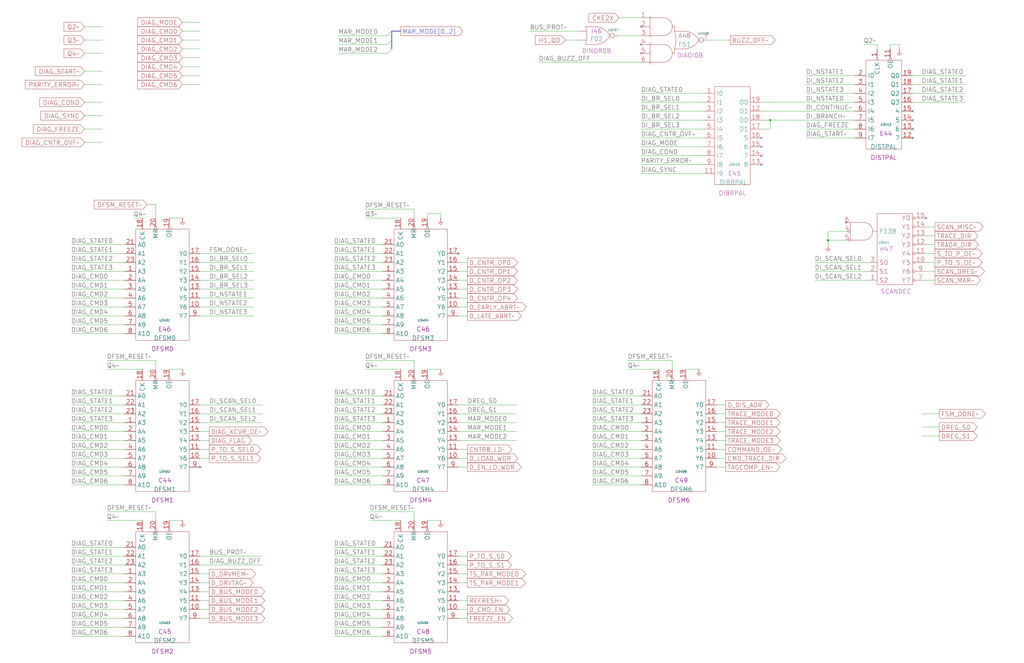
<source format=kicad_sch>
(kicad_sch (version 20230121) (generator eeschema)
  (paper "User" 584.2 378.46)
  (title_block (title "DIAGNOSTIC AND CONTROL\\nDIAG FINITE STATE MACHINE") (date "08-MAR-90") (rev "0.0") (comment 1 "MEM32 BOARD") (comment 2 "232-003066") (comment 3 "S400") (comment 4 "RELEASED"))
  (lib_symbols
    (symbol "r1000:DIBRPAL" (pin_names (offset 1.016))
      (property "Reference" "U" (at 2.54 5.08 0))
      (property "Value" "DIBRPAL" (at -6.35 -5.08 0))
      (property "Location" "___" (at -1.27 0 0))
      (property "Name" "______" (at 1.27 -12.7 0))
      (symbol "DIBRPAL_1_1"
        (pin input line (at -15.24 45.72 0) (length 6.35) (name "I0") (number "1"))
        (pin input line (at -15.24 0 0) (length 6.35) (name "I9") (number "11"))
        (pin output line (at 17.78 35.56 180) (length 6.35) (name "O1") (number "12"))
        (pin input line (at 17.78 5.08 180) (length 6.35) (name "8") (number "13"))
        (pin input line (at 17.78 10.16 180) (length 6.35) (name "7") (number "14"))
        (pin input line (at 17.78 15.24 180) (length 6.35) (name "6") (number "15"))
        (pin input line (at 17.78 20.32 180) (length 6.35) (name "5") (number "16"))
        (pin tri_state line (at 17.78 25.4 180) (length 6.35) (name "D1") (number "17"))
        (pin tri_state line (at 17.78 30.48 180) (length 6.35) (name "D0") (number "18"))
        (pin output line (at 17.78 40.64 180) (length 6.35) (name "O0") (number "19"))
        (pin input line (at -15.24 40.64 0) (length 6.35) (name "I1") (number "2"))
        (pin input line (at -15.24 35.56 0) (length 6.35) (name "I2") (number "3"))
        (pin input line (at -15.24 30.48 0) (length 6.35) (name "I3") (number "4"))
        (pin input line (at -15.24 25.4 0) (length 6.35) (name "I4") (number "5"))
        (pin input line (at -15.24 20.32 0) (length 6.35) (name "I5") (number "6"))
        (pin input line (at -15.24 15.24 0) (length 6.35) (name "I6") (number "7"))
        (pin input line (at -15.24 10.16 0) (length 6.35) (name "I7") (number "8"))
        (pin input line (at -15.24 5.08 0) (length 6.35) (name "I8") (number "9"))
      )
    )
    (symbol "r1000:DISTPAL" (pin_names (offset 1.016))
      (property "Reference" "U" (at 2.54 5.08 0))
      (property "Value" "DISTPAL" (at -6.35 -7.62 0))
      (property "Location" "___" (at -1.27 0 0))
      (property "Name" "______" (at 1.27 -15.24 0))
      (symbol "DISTPAL_1_1"
        (pin input line (at -2.54 48.26 270) (length 6.35) (name "CLK") (number "1"))
        (pin input line (at 5.08 48.26 270) (length 5.08) (name "OE") (number "11"))
        (pin input line (at 17.78 -2.54 180) (length 6.35) (name "7") (number "12"))
        (pin input line (at 17.78 2.54 180) (length 6.35) (name "6") (number "13"))
        (pin input line (at 17.78 7.62 180) (length 6.35) (name "5") (number "14"))
        (pin input line (at 17.78 12.7 180) (length 6.35) (name "4") (number "15"))
        (pin output line (at 17.78 17.78 180) (length 6.35) (name "Q3") (number "16"))
        (pin output line (at 17.78 22.86 180) (length 6.35) (name "Q2") (number "17"))
        (pin output line (at 17.78 27.94 180) (length 6.35) (name "Q1") (number "18"))
        (pin output line (at 17.78 33.02 180) (length 6.35) (name "Q0") (number "19"))
        (pin input line (at -15.24 33.02 0) (length 6.35) (name "I0") (number "2"))
        (pin input line (at -15.24 27.94 0) (length 6.35) (name "I1") (number "3"))
        (pin input line (at -15.24 22.86 0) (length 6.35) (name "I2") (number "4"))
        (pin input line (at -15.24 17.78 0) (length 6.35) (name "I3") (number "5"))
        (pin input line (at -15.24 12.7 0) (length 6.35) (name "I4") (number "6"))
        (pin input line (at -15.24 7.62 0) (length 6.35) (name "I5") (number "7"))
        (pin input line (at -15.24 2.54 0) (length 6.35) (name "I6") (number "8"))
        (pin input line (at -15.24 -2.54 0) (length 6.35) (name "I7") (number "9"))
      )
    )
    (symbol "r1000:F02" (pin_numbers hide) (pin_names hide)
      (property "Reference" "U" (at 12.16 0.635 0))
      (property "Value" "F02" (at -1.27 -4.445 0))
      (property "Location" "___" (at 2.54 0 0))
      (property "Name" "______" (at 2.54 -12.7 0))
      (symbol "F02_1_1"
        (pin input line (at -7.62 0 0) (length 2.54) (name "D0") (number "1"))
        (pin input line (at -7.62 -5.08 0) (length 2.54) (name "D1") (number "2"))
        (pin output line (at 15.24 -2.54 180) (length 1.27) (name "Q") (number "3"))
      )
      (symbol "F02_1_2"
        (pin input line (at -7.62 0 0) (length 2.54) (name "D0") (number "1"))
        (pin input line (at -7.62 -5.08 0) (length 2.54) (name "D1") (number "2"))
        (pin output line (at 15.24 -2.54 180) (length 2.54) (name "Q") (number "3"))
      )
    )
    (symbol "r1000:F138" (pin_names (offset 1.016) hide)
      (property "Reference" "U" (at 1.27 3.81 0))
      (property "Value" "F138" (at -1.27 10.16 0))
      (property "Location" "___" (at -1.27 0 0))
      (property "Name" "______" (at 8.255 -24.13 0))
      (symbol "F138_1_1"
        (text "0" (at 2.54 -7.62 0) (effects (font (size 2.54 2.54))))
        (text "0" (at 15.24 17.78 0) (effects (font (size 2.54 2.54))))
        (text "1" (at 2.54 -12.7 0) (effects (font (size 2.54 2.54))))
        (text "1" (at 15.24 12.7 0) (effects (font (size 2.54 2.54))))
        (text "2" (at 2.54 -17.78 0) (effects (font (size 2.54 2.54))))
        (text "2" (at 15.24 7.62 0) (effects (font (size 2.54 2.54))))
        (text "3" (at 15.24 2.54 0) (effects (font (size 2.54 2.54))))
        (text "4" (at 15.24 -2.54 0) (effects (font (size 2.54 2.54))))
        (text "5" (at 15.24 -7.62 0) (effects (font (size 2.54 2.54))))
        (text "6" (at 15.24 -12.7 0) (effects (font (size 2.54 2.54))))
        (text "7" (at 15.24 -17.78 0) (effects (font (size 2.54 2.54))))
        (text "S" (at 0 -17.78 0) (effects (font (size 2.54 2.54))))
        (text "S" (at 0 -12.7 0) (effects (font (size 2.54 2.54))))
        (text "S" (at 0 -7.62 0) (effects (font (size 2.54 2.54))))
        (text "Y" (at 12.7 -17.78 0) (effects (font (size 2.54 2.54))))
        (text "Y" (at 12.7 -12.7 0) (effects (font (size 2.54 2.54))))
        (text "Y" (at 12.7 -7.62 0) (effects (font (size 2.54 2.54))))
        (text "Y" (at 12.7 -2.54 0) (effects (font (size 2.54 2.54))))
        (text "Y" (at 12.7 2.54 0) (effects (font (size 2.54 2.54))))
        (text "Y" (at 12.7 7.62 0) (effects (font (size 2.54 2.54))))
        (text "Y" (at 12.7 12.7 0) (effects (font (size 2.54 2.54))))
        (text "Y" (at 12.7 17.78 0) (effects (font (size 2.54 2.54))))
        (pin input line (at -7.62 -17.78 0) (length 5.08) (name "S2") (number "1"))
        (pin output line (at 25.4 -7.62 180) (length 6.35) (name "Y5_") (number "10"))
        (pin output line (at 25.4 -2.54 180) (length 6.35) (name "Y4_") (number "11"))
        (pin output line (at 25.4 2.54 180) (length 6.35) (name "Y3_") (number "12"))
        (pin output line (at 25.4 7.62 180) (length 6.35) (name "Y2_") (number "13"))
        (pin output line (at 25.4 12.7 180) (length 6.35) (name "Y1_") (number "14"))
        (pin output line (at 25.4 17.78 180) (length 6.35) (name "Y0_") (number "15"))
        (pin input line (at -7.62 -12.7 0) (length 5.08) (name "S1") (number "2"))
        (pin input line (at -7.62 -7.62 0) (length 5.08) (name "S0") (number "3"))
        (pin input line (at -20.32 10.16 0) (length 1.27) (name "D1") (number "4"))
        (pin input line (at -20.32 5.08 0) (length 1.27) (name "D2") (number "5"))
        (pin input line (at -20.32 15.24 0) (length 1.27) (name "D0") (number "6"))
        (pin output line (at 25.4 -17.78 180) (length 6.35) (name "Y7_") (number "7"))
        (pin output line (at 25.4 -12.7 180) (length 6.35) (name "Y6_") (number "9"))
      )
    )
    (symbol "r1000:F51" (pin_names hide)
      (property "Reference" "U" (at 12.7 1.27 0))
      (property "Value" "F51" (at 1.905 -5.08 0))
      (property "Location" "___" (at 1.905 0 0))
      (property "Name" "______" (at 5.08 -12.7 0))
      (symbol "F51_1_1"
        (pin input line (at -22.86 10.16 0) (length 2.54) (name "A1") (number "1"))
        (pin input line (at -22.86 5.08 0) (length 2.54) (name "A2") (number "2"))
        (pin input line (at -22.86 0 0) (length 2.54) (name "A3") (number "3"))
        (pin input line (at -22.86 -5.08 0) (length 2.54) (name "B1") (number "4"))
        (pin input line (at -22.86 -10.16 0) (length 2.54) (name "B2") (number "5"))
        (pin input line (at -22.86 -15.24 0) (length 2.54) (name "B3") (number "6"))
        (pin output line (at 15.24 -2.54 180) (length 2.54) (name "Q") (number "7"))
      )
    )
    (symbol "r1000:P2K8R" (pin_names (offset 1.016))
      (property "Reference" "U" (at 2.54 5.08 0))
      (property "Value" "P2K8R" (at -3.81 -5.08 0))
      (property "Location" "___" (at -1.27 0 0))
      (property "Name" "______" (at 1.27 -12.7 0))
      (symbol "P2K8R_1_1"
        (pin input line (at -20.32 33.02 0) (length 6.35) (name "A3") (number "1"))
        (pin tri_state line (at 22.86 12.7 180) (length 6.35) (name "Y6") (number "10"))
        (pin tri_state line (at 22.86 17.78 180) (length 6.35) (name "Y5") (number "11"))
        (pin tri_state line (at 22.86 22.86 180) (length 6.35) (name "Y4") (number "13"))
        (pin tri_state line (at 22.86 27.94 180) (length 6.35) (name "Y3") (number "14"))
        (pin tri_state line (at 22.86 33.02 180) (length 6.35) (name "Y2") (number "15"))
        (pin tri_state line (at 22.86 38.1 180) (length 6.35) (name "Y1") (number "16"))
        (pin tri_state line (at 22.86 43.18 180) (length 6.35) (name "Y0") (number "17"))
        (pin input line (at -10.16 63.5 270) (length 6.35) (name "CK") (number "18"))
        (pin input line (at 5.08 63.5 270) (length 5.08) (name "OE") (number "19"))
        (pin input line (at -20.32 27.94 0) (length 6.35) (name "A4") (number "2"))
        (pin input line (at -2.54 63.5 270) (length 5.08) (name "MR") (number "20"))
        (pin input line (at -20.32 48.26 0) (length 6.35) (name "A0") (number "21"))
        (pin input line (at -20.32 43.18 0) (length 6.35) (name "A1") (number "22"))
        (pin input line (at -20.32 38.1 0) (length 6.35) (name "A2") (number "23"))
        (pin input line (at -20.32 22.86 0) (length 6.35) (name "A5") (number "3"))
        (pin input line (at -20.32 17.78 0) (length 6.35) (name "A6") (number "4"))
        (pin input line (at -20.32 12.7 0) (length 6.35) (name "A7") (number "5"))
        (pin input line (at -20.32 7.62 0) (length 6.35) (name "A8") (number "6"))
        (pin input line (at -20.32 2.54 0) (length 6.35) (name "A9") (number "7"))
        (pin input line (at -20.32 -2.54 0) (length 6.35) (name "A10") (number "8"))
        (pin tri_state line (at 22.86 7.62 180) (length 6.35) (name "Y7") (number "9"))
      )
    )
    (symbol "r1000:PD" (power) (pin_numbers hide) (pin_names hide) (in_bom no)
      (symbol "PD_1_1"
        (pin power_in line (at 0 0 270) (length 2.54) (name "PD") (number "1"))
      )
    )
  )
  (junction (at 439.42 68.58))
  (junction (at 472.44 137.16))
  (no_connect (at 261.62 144.78))
  (no_connect (at 261.62 337.82))
  (no_connect (at 520.7 78.74))
  (no_connect (at 114.3 266.7))
  (no_connect (at 365.76 15.24))
  (no_connect (at 520.7 63.5))
  (no_connect (at 528.32 124.46))
  (no_connect (at 365.76 30.48))
  (no_connect (at 434.34 93.98))
  (no_connect (at 482.6 127))
  (no_connect (at 434.34 83.82))
  (no_connect (at 434.34 78.74))
  (no_connect (at 520.7 68.58))
  (no_connect (at 365.76 25.4))
  (no_connect (at 520.7 73.66))
  (no_connect (at 434.34 88.9))
  (bus_entry (at 223.52 22.86) (size -2.54 2.54))
  (bus_entry (at 223.52 17.78) (size -2.54 2.54))
  (bus_entry (at 223.52 27.94) (size -2.54 2.54))
  (wire (pts (xy 40.64 327.66) (xy 71.12 327.66)))
  (wire (pts (xy 40.64 226.06) (xy 71.12 226.06)))
  (wire (pts (xy 104.14 33.02) (xy 114.3 33.02)))
  (wire (pts (xy 520.7 43.18) (xy 551.18 43.18)))
  (wire (pts (xy 492.76 25.4) (xy 500.38 25.4)))
  (wire (pts (xy 114.3 256.54) (xy 119.38 256.54)))
  (wire (pts (xy 40.64 271.78) (xy 71.12 271.78)))
  (wire (pts (xy 48.26 58.42) (xy 58.42 58.42)))
  (wire (pts (xy 114.3 170.18) (xy 144.78 170.18)))
  (wire (pts (xy 104.14 22.86) (xy 114.3 22.86)))
  (wire (pts (xy 358.14 205.74) (xy 383.54 205.74)))
  (wire (pts (xy 528.32 129.54) (xy 533.4 129.54)))
  (wire (pts (xy 190.5 363.22) (xy 218.44 363.22)))
  (wire (pts (xy 48.26 66.04) (xy 58.42 66.04)))
  (wire (pts (xy 114.3 180.34) (xy 144.78 180.34)))
  (wire (pts (xy 114.3 236.22) (xy 149.86 236.22)))
  (wire (pts (xy 439.42 68.58) (xy 487.68 68.58)))
  (wire (pts (xy 60.96 292.1) (xy 88.9 292.1)))
  (wire (pts (xy 408.94 246.38) (xy 414.02 246.38)))
  (wire (pts (xy 439.42 73.66) (xy 439.42 68.58)))
  (bus (pts (xy 223.52 17.78) (xy 228.6 17.78)))
  (wire (pts (xy 190.5 266.7) (xy 218.44 266.7)))
  (wire (pts (xy 261.62 160.02) (xy 266.7 160.02)))
  (wire (pts (xy 482.6 137.16) (xy 472.44 137.16)))
  (wire (pts (xy 365.76 73.66) (xy 401.32 73.66)))
  (wire (pts (xy 104.14 12.7) (xy 114.3 12.7)))
  (wire (pts (xy 114.3 246.38) (xy 119.38 246.38)))
  (wire (pts (xy 236.22 210.82) (xy 236.22 205.74)))
  (wire (pts (xy 190.5 165.1) (xy 218.44 165.1)))
  (wire (pts (xy 408.94 256.54) (xy 414.02 256.54)))
  (wire (pts (xy 96.52 297.18) (xy 104.14 297.18)))
  (wire (pts (xy 40.64 241.3) (xy 71.12 241.3)))
  (wire (pts (xy 408.94 261.62) (xy 414.02 261.62)))
  (wire (pts (xy 513.08 25.4) (xy 508 25.4)))
  (wire (pts (xy 525.78 236.22) (xy 535.94 236.22)))
  (wire (pts (xy 60.96 205.74) (xy 88.9 205.74)))
  (wire (pts (xy 88.9 297.18) (xy 88.9 292.1)))
  (wire (pts (xy 40.64 251.46) (xy 71.12 251.46)))
  (wire (pts (xy 114.3 261.62) (xy 119.38 261.62)))
  (wire (pts (xy 190.5 342.9) (xy 218.44 342.9)))
  (wire (pts (xy 322.58 22.86) (xy 330.2 22.86)))
  (wire (pts (xy 383.54 210.82) (xy 383.54 205.74)))
  (wire (pts (xy 104.14 27.94) (xy 114.3 27.94)))
  (wire (pts (xy 40.64 190.5) (xy 71.12 190.5)))
  (wire (pts (xy 40.64 363.22) (xy 71.12 363.22)))
  (wire (pts (xy 261.62 332.74) (xy 266.7 332.74)))
  (wire (pts (xy 190.5 347.98) (xy 218.44 347.98)))
  (wire (pts (xy 236.22 297.18) (xy 236.22 292.1)))
  (wire (pts (xy 104.14 48.26) (xy 114.3 48.26)))
  (wire (pts (xy 482.6 132.08) (xy 472.44 132.08)))
  (wire (pts (xy 190.5 276.86) (xy 218.44 276.86)))
  (wire (pts (xy 190.5 312.42) (xy 218.44 312.42)))
  (wire (pts (xy 114.3 160.02) (xy 144.78 160.02)))
  (wire (pts (xy 114.3 353.06) (xy 119.38 353.06)))
  (wire (pts (xy 513.08 27.94) (xy 513.08 25.4)))
  (wire (pts (xy 190.5 170.18) (xy 218.44 170.18)))
  (wire (pts (xy 365.76 99.06) (xy 401.32 99.06)))
  (wire (pts (xy 459.74 78.74) (xy 487.68 78.74)))
  (wire (pts (xy 190.5 231.14) (xy 218.44 231.14)))
  (wire (pts (xy 208.28 119.38) (xy 236.22 119.38)))
  (wire (pts (xy 337.82 236.22) (xy 365.76 236.22)))
  (wire (pts (xy 193.04 25.4) (xy 220.98 25.4)))
  (wire (pts (xy 190.5 358.14) (xy 218.44 358.14)))
  (wire (pts (xy 114.3 322.58) (xy 149.86 322.58)))
  (wire (pts (xy 40.64 337.82) (xy 71.12 337.82)))
  (wire (pts (xy 472.44 132.08) (xy 472.44 137.16)))
  (wire (pts (xy 208.28 205.74) (xy 236.22 205.74)))
  (wire (pts (xy 190.5 322.58) (xy 218.44 322.58)))
  (wire (pts (xy 365.76 83.82) (xy 401.32 83.82)))
  (wire (pts (xy 408.94 236.22) (xy 414.02 236.22)))
  (wire (pts (xy 261.62 170.18) (xy 266.7 170.18)))
  (wire (pts (xy 190.5 241.3) (xy 218.44 241.3)))
  (wire (pts (xy 500.38 25.4) (xy 500.38 27.94)))
  (wire (pts (xy 40.64 358.14) (xy 71.12 358.14)))
  (wire (pts (xy 114.3 165.1) (xy 144.78 165.1)))
  (wire (pts (xy 114.3 241.3) (xy 149.86 241.3)))
  (wire (pts (xy 525.78 243.84) (xy 535.94 243.84)))
  (wire (pts (xy 88.9 210.82) (xy 88.9 205.74)))
  (wire (pts (xy 472.44 137.16) (xy 472.44 139.7)))
  (wire (pts (xy 307.34 35.56) (xy 365.76 35.56)))
  (wire (pts (xy 76.2 124.46) (xy 81.28 124.46)))
  (wire (pts (xy 193.04 20.32) (xy 220.98 20.32)))
  (wire (pts (xy 114.3 342.9) (xy 119.38 342.9)))
  (wire (pts (xy 40.64 154.94) (xy 71.12 154.94)))
  (wire (pts (xy 190.5 332.74) (xy 218.44 332.74)))
  (wire (pts (xy 525.78 248.92) (xy 535.94 248.92)))
  (wire (pts (xy 464.82 160.02) (xy 495.3 160.02)))
  (wire (pts (xy 261.62 322.58) (xy 266.7 322.58)))
  (wire (pts (xy 337.82 266.7) (xy 365.76 266.7)))
  (wire (pts (xy 365.76 58.42) (xy 401.32 58.42)))
  (wire (pts (xy 190.5 256.54) (xy 218.44 256.54)))
  (wire (pts (xy 243.84 121.92) (xy 243.84 124.46)))
  (wire (pts (xy 337.82 226.06) (xy 365.76 226.06)))
  (wire (pts (xy 40.64 332.74) (xy 71.12 332.74)))
  (wire (pts (xy 190.5 251.46) (xy 218.44 251.46)))
  (wire (pts (xy 40.64 165.1) (xy 71.12 165.1)))
  (wire (pts (xy 261.62 353.06) (xy 266.7 353.06)))
  (wire (pts (xy 261.62 256.54) (xy 266.7 256.54)))
  (wire (pts (xy 190.5 337.82) (xy 218.44 337.82)))
  (wire (pts (xy 261.62 154.94) (xy 266.7 154.94)))
  (wire (pts (xy 40.64 175.26) (xy 71.12 175.26)))
  (wire (pts (xy 190.5 149.86) (xy 218.44 149.86)))
  (wire (pts (xy 434.34 68.58) (xy 439.42 68.58)))
  (wire (pts (xy 302.26 17.78) (xy 330.2 17.78)))
  (wire (pts (xy 190.5 327.66) (xy 218.44 327.66)))
  (wire (pts (xy 40.64 180.34) (xy 71.12 180.34)))
  (wire (pts (xy 208.28 210.82) (xy 228.6 210.82)))
  (wire (pts (xy 243.84 297.18) (xy 251.46 297.18)))
  (wire (pts (xy 337.82 276.86) (xy 365.76 276.86)))
  (wire (pts (xy 520.7 53.34) (xy 551.18 53.34)))
  (wire (pts (xy 40.64 276.86) (xy 71.12 276.86)))
  (wire (pts (xy 40.64 144.78) (xy 71.12 144.78)))
  (wire (pts (xy 40.64 149.86) (xy 71.12 149.86)))
  (wire (pts (xy 190.5 271.78) (xy 218.44 271.78)))
  (wire (pts (xy 243.84 210.82) (xy 251.46 210.82)))
  (wire (pts (xy 40.64 256.54) (xy 71.12 256.54)))
  (wire (pts (xy 337.82 256.54) (xy 365.76 256.54)))
  (wire (pts (xy 104.14 38.1) (xy 114.3 38.1)))
  (wire (pts (xy 40.64 170.18) (xy 71.12 170.18)))
  (wire (pts (xy 190.5 261.62) (xy 218.44 261.62)))
  (wire (pts (xy 190.5 236.22) (xy 218.44 236.22)))
  (wire (pts (xy 190.5 154.94) (xy 218.44 154.94)))
  (wire (pts (xy 190.5 353.06) (xy 218.44 353.06)))
  (wire (pts (xy 210.82 292.1) (xy 236.22 292.1)))
  (wire (pts (xy 243.84 121.92) (xy 251.46 121.92)))
  (wire (pts (xy 208.28 124.46) (xy 228.6 124.46)))
  (wire (pts (xy 459.74 43.18) (xy 487.68 43.18)))
  (wire (pts (xy 48.26 73.66) (xy 58.42 73.66)))
  (wire (pts (xy 261.62 261.62) (xy 266.7 261.62)))
  (wire (pts (xy 190.5 139.7) (xy 218.44 139.7)))
  (wire (pts (xy 88.9 124.46) (xy 88.9 116.84)))
  (wire (pts (xy 459.74 48.26) (xy 487.68 48.26)))
  (wire (pts (xy 190.5 160.02) (xy 218.44 160.02)))
  (wire (pts (xy 520.7 58.42) (xy 551.18 58.42)))
  (wire (pts (xy 114.3 149.86) (xy 144.78 149.86)))
  (wire (pts (xy 337.82 241.3) (xy 365.76 241.3)))
  (wire (pts (xy 464.82 149.86) (xy 495.3 149.86)))
  (wire (pts (xy 104.14 17.78) (xy 114.3 17.78)))
  (wire (pts (xy 365.76 88.9) (xy 401.32 88.9)))
  (wire (pts (xy 261.62 342.9) (xy 266.7 342.9)))
  (wire (pts (xy 40.64 139.7) (xy 71.12 139.7)))
  (wire (pts (xy 40.64 261.62) (xy 71.12 261.62)))
  (wire (pts (xy 337.82 251.46) (xy 365.76 251.46)))
  (wire (pts (xy 40.64 353.06) (xy 71.12 353.06)))
  (wire (pts (xy 60.96 210.82) (xy 81.28 210.82)))
  (wire (pts (xy 261.62 251.46) (xy 294.64 251.46)))
  (wire (pts (xy 261.62 231.14) (xy 294.64 231.14)))
  (wire (pts (xy 48.26 48.26) (xy 58.42 48.26)))
  (wire (pts (xy 508 25.4) (xy 508 27.94)))
  (wire (pts (xy 40.64 312.42) (xy 71.12 312.42)))
  (wire (pts (xy 96.52 124.46) (xy 104.14 124.46)))
  (wire (pts (xy 236.22 124.46) (xy 236.22 119.38)))
  (wire (pts (xy 261.62 327.66) (xy 266.7 327.66)))
  (wire (pts (xy 60.96 297.18) (xy 81.28 297.18)))
  (wire (pts (xy 48.26 30.48) (xy 58.42 30.48)))
  (wire (pts (xy 528.32 134.62) (xy 533.4 134.62)))
  (wire (pts (xy 337.82 271.78) (xy 365.76 271.78)))
  (wire (pts (xy 528.32 139.7) (xy 533.4 139.7)))
  (wire (pts (xy 48.26 81.28) (xy 58.42 81.28)))
  (wire (pts (xy 210.82 297.18) (xy 228.6 297.18)))
  (wire (pts (xy 48.26 22.86) (xy 58.42 22.86)))
  (wire (pts (xy 190.5 180.34) (xy 218.44 180.34)))
  (wire (pts (xy 261.62 180.34) (xy 266.7 180.34)))
  (wire (pts (xy 193.04 30.48) (xy 220.98 30.48)))
  (wire (pts (xy 261.62 317.5) (xy 266.7 317.5)))
  (wire (pts (xy 40.64 231.14) (xy 71.12 231.14)))
  (wire (pts (xy 459.74 73.66) (xy 487.68 73.66)))
  (wire (pts (xy 114.3 251.46) (xy 119.38 251.46)))
  (wire (pts (xy 190.5 246.38) (xy 218.44 246.38)))
  (wire (pts (xy 365.76 63.5) (xy 401.32 63.5)))
  (wire (pts (xy 261.62 241.3) (xy 294.64 241.3)))
  (wire (pts (xy 114.3 347.98) (xy 119.38 347.98)))
  (wire (pts (xy 114.3 317.5) (xy 149.86 317.5)))
  (wire (pts (xy 114.3 154.94) (xy 144.78 154.94)))
  (wire (pts (xy 261.62 236.22) (xy 294.64 236.22)))
  (wire (pts (xy 190.5 190.5) (xy 218.44 190.5)))
  (wire (pts (xy 114.3 144.78) (xy 144.78 144.78)))
  (wire (pts (xy 261.62 266.7) (xy 266.7 266.7)))
  (wire (pts (xy 391.16 210.82) (xy 398.78 210.82)))
  (wire (pts (xy 40.64 246.38) (xy 71.12 246.38)))
  (wire (pts (xy 190.5 185.42) (xy 218.44 185.42)))
  (wire (pts (xy 365.76 78.74) (xy 401.32 78.74)))
  (wire (pts (xy 114.3 175.26) (xy 144.78 175.26)))
  (wire (pts (xy 190.5 226.06) (xy 218.44 226.06)))
  (wire (pts (xy 434.34 73.66) (xy 439.42 73.66)))
  (wire (pts (xy 261.62 175.26) (xy 266.7 175.26)))
  (wire (pts (xy 459.74 53.34) (xy 487.68 53.34)))
  (wire (pts (xy 48.26 15.24) (xy 58.42 15.24)))
  (wire (pts (xy 337.82 261.62) (xy 365.76 261.62)))
  (wire (pts (xy 408.94 241.3) (xy 414.02 241.3)))
  (wire (pts (xy 190.5 144.78) (xy 218.44 144.78)))
  (wire (pts (xy 190.5 317.5) (xy 218.44 317.5)))
  (wire (pts (xy 365.76 93.98) (xy 401.32 93.98)))
  (wire (pts (xy 104.14 43.18) (xy 114.3 43.18)))
  (wire (pts (xy 520.7 48.26) (xy 551.18 48.26)))
  (wire (pts (xy 365.76 53.34) (xy 401.32 53.34)))
  (wire (pts (xy 114.3 332.74) (xy 119.38 332.74)))
  (wire (pts (xy 408.94 251.46) (xy 414.02 251.46)))
  (wire (pts (xy 358.14 210.82) (xy 375.92 210.82)))
  (wire (pts (xy 261.62 165.1) (xy 266.7 165.1)))
  (wire (pts (xy 528.32 149.86) (xy 533.4 149.86)))
  (wire (pts (xy 114.3 337.82) (xy 119.38 337.82)))
  (wire (pts (xy 408.94 231.14) (xy 414.02 231.14)))
  (wire (pts (xy 353.06 20.32) (xy 365.76 20.32)))
  (wire (pts (xy 353.06 10.16) (xy 365.76 10.16)))
  (wire (pts (xy 40.64 322.58) (xy 71.12 322.58)))
  (wire (pts (xy 337.82 231.14) (xy 365.76 231.14)))
  (wire (pts (xy 40.64 236.22) (xy 71.12 236.22)))
  (bus (pts (xy 223.52 22.86) (xy 223.52 27.94)))
  (bus (pts (xy 223.52 17.78) (xy 223.52 22.86)))
  (wire (pts (xy 403.86 22.86) (xy 416.56 22.86)))
  (wire (pts (xy 528.32 144.78) (xy 533.4 144.78)))
  (wire (pts (xy 261.62 149.86) (xy 266.7 149.86)))
  (wire (pts (xy 434.34 58.42) (xy 487.68 58.42)))
  (wire (pts (xy 528.32 160.02) (xy 533.4 160.02)))
  (wire (pts (xy 528.32 154.94) (xy 533.4 154.94)))
  (wire (pts (xy 408.94 266.7) (xy 414.02 266.7)))
  (wire (pts (xy 434.34 63.5) (xy 487.68 63.5)))
  (wire (pts (xy 40.64 347.98) (xy 71.12 347.98)))
  (wire (pts (xy 251.46 121.92) (xy 251.46 124.46)))
  (wire (pts (xy 83.82 116.84) (xy 88.9 116.84)))
  (wire (pts (xy 190.5 175.26) (xy 218.44 175.26)))
  (wire (pts (xy 40.64 160.02) (xy 71.12 160.02)))
  (wire (pts (xy 40.64 185.42) (xy 71.12 185.42)))
  (wire (pts (xy 40.64 266.7) (xy 71.12 266.7)))
  (wire (pts (xy 114.3 327.66) (xy 119.38 327.66)))
  (wire (pts (xy 365.76 68.58) (xy 401.32 68.58)))
  (wire (pts (xy 261.62 246.38) (xy 294.64 246.38)))
  (wire (pts (xy 96.52 210.82) (xy 104.14 210.82)))
  (wire (pts (xy 40.64 317.5) (xy 71.12 317.5)))
  (wire (pts (xy 261.62 347.98) (xy 266.7 347.98)))
  (wire (pts (xy 40.64 342.9) (xy 71.12 342.9)))
  (wire (pts (xy 48.26 40.64) (xy 58.42 40.64)))
  (wire (pts (xy 114.3 231.14) (xy 149.86 231.14)))
  (wire (pts (xy 337.82 246.38) (xy 365.76 246.38)))
  (wire (pts (xy 464.82 154.94) (xy 495.3 154.94)))
  (label "DIAG_STATE2" (at 40.64 322.58 0) (effects (font (size 2.54 2.54))))
  (label "DIAG_CMD4" (at 190.5 266.7 0) (effects (font (size 2.54 2.54))))
  (label "PARITY_ERROR~" (at 365.76 93.98 0) (effects (font (size 2.54 2.54))))
  (label "DI_BR_SEL1" (at 119.38 154.94 0) (effects (font (size 2.54 2.54))))
  (label "DIAG_STATE2" (at 525.78 53.34 0) (effects (font (size 2.54 2.54))))
  (label "DIAG_STATE0" (at 190.5 226.06 0) (effects (font (size 2.54 2.54))))
  (label "DIAG_STATE0" (at 40.64 139.7 0) (effects (font (size 2.54 2.54))))
  (label "DIAG_CMD2" (at 190.5 256.54 0) (effects (font (size 2.54 2.54))))
  (label "DIAG_STATE3" (at 190.5 241.3 0) (effects (font (size 2.54 2.54))))
  (label "MAR_MODE0" (at 193.04 20.32 0) (effects (font (size 2.54 2.54))))
  (label "DIAG_STATE3" (at 40.64 327.66 0) (effects (font (size 2.54 2.54))))
  (label "DI_SCAN_SEL1" (at 119.38 236.22 0) (effects (font (size 2.54 2.54))))
  (label "Q4~" (at 60.96 297.18 0) (effects (font (size 2.54 2.54))))
  (label "DIAG_CMD3" (at 190.5 347.98 0) (effects (font (size 2.54 2.54))))
  (label "DIAG_SYNC" (at 365.76 99.06 0) (effects (font (size 2.54 2.54))))
  (label "DIAG_CMD6" (at 40.64 190.5 0) (effects (font (size 2.54 2.54))))
  (label "DIAG_STATE0" (at 40.64 312.42 0) (effects (font (size 2.54 2.54))))
  (label "DIAG_COND" (at 365.76 88.9 0) (effects (font (size 2.54 2.54))))
  (label "DIAG_CMD5" (at 40.64 271.78 0) (effects (font (size 2.54 2.54))))
  (label "Q4~" (at 210.82 297.18 0) (effects (font (size 2.54 2.54))))
  (label "DIAG_CMD2" (at 337.82 256.54 0) (effects (font (size 2.54 2.54))))
  (label "DIAG_STATE2" (at 40.64 236.22 0) (effects (font (size 2.54 2.54))))
  (label "DIAG_STATE3" (at 190.5 154.94 0) (effects (font (size 2.54 2.54))))
  (label "MAR_MODE0" (at 266.7 241.3 0) (effects (font (size 2.54 2.54))))
  (label "DI_NSTATE1" (at 459.74 43.18 0) (effects (font (size 2.54 2.54))))
  (label "DIAG_CMD4" (at 40.64 266.7 0) (effects (font (size 2.54 2.54))))
  (label "DIAG_STATE1" (at 40.64 144.78 0) (effects (font (size 2.54 2.54))))
  (label "DI_SCAN_SEL0" (at 464.82 149.86 0) (effects (font (size 2.54 2.54))))
  (label "DIAG_CMD1" (at 190.5 165.1 0) (effects (font (size 2.54 2.54))))
  (label "DI_NSTATE2" (at 119.38 175.26 0) (effects (font (size 2.54 2.54))))
  (label "DIAG_CMD1" (at 190.5 337.82 0) (effects (font (size 2.54 2.54))))
  (label "DIAG_CMD0" (at 40.64 246.38 0) (effects (font (size 2.54 2.54))))
  (label "DFSM_RESET~" (at 208.28 119.38 0) (effects (font (size 2.54 2.54))))
  (label "DI_BR_SEL2" (at 119.38 160.02 0) (effects (font (size 2.54 2.54))))
  (label "DI_SCAN_SEL2" (at 119.38 241.3 0) (effects (font (size 2.54 2.54))))
  (label "DIAG_STATE1" (at 525.78 48.26 0) (effects (font (size 2.54 2.54))))
  (label "Q4~" (at 208.28 210.82 0) (effects (font (size 2.54 2.54))))
  (label "DIAG_CMD1" (at 190.5 251.46 0) (effects (font (size 2.54 2.54))))
  (label "DIAG_STATE3" (at 190.5 327.66 0) (effects (font (size 2.54 2.54))))
  (label "FSM_DONE~" (at 119.38 144.78 0) (effects (font (size 2.54 2.54))))
  (label "DI_NSTATE1" (at 119.38 170.18 0) (effects (font (size 2.54 2.54))))
  (label "DIAG_CMD4" (at 337.82 266.7 0) (effects (font (size 2.54 2.54))))
  (label "DIAG_CMD2" (at 40.64 256.54 0) (effects (font (size 2.54 2.54))))
  (label "DIAG_CMD0" (at 40.64 160.02 0) (effects (font (size 2.54 2.54))))
  (label "DIAG_CMD6" (at 40.64 276.86 0) (effects (font (size 2.54 2.54))))
  (label "DIAG_CMD3" (at 40.64 347.98 0) (effects (font (size 2.54 2.54))))
  (label "DIAG_CMD6" (at 190.5 363.22 0) (effects (font (size 2.54 2.54))))
  (label "DIAG_CMD3" (at 190.5 175.26 0) (effects (font (size 2.54 2.54))))
  (label "DI_NSTATE3" (at 459.74 53.34 0) (effects (font (size 2.54 2.54))))
  (label "DIAG_STATE1" (at 337.82 231.14 0) (effects (font (size 2.54 2.54))))
  (label "DIAG_CMD0" (at 190.5 332.74 0) (effects (font (size 2.54 2.54))))
  (label "DIAG_STATE0" (at 190.5 312.42 0) (effects (font (size 2.54 2.54))))
  (label "DIAG_CMD0" (at 190.5 246.38 0) (effects (font (size 2.54 2.54))))
  (label "DIAG_FREEZE" (at 459.74 73.66 0) (effects (font (size 2.54 2.54))))
  (label "DFSM_RESET~" (at 60.96 292.1 0) (effects (font (size 2.54 2.54))))
  (label "DREG_S1" (at 266.7 236.22 0) (effects (font (size 2.54 2.54))))
  (label "BUS_PROT~" (at 302.26 17.78 0) (effects (font (size 2.54 2.54))))
  (label "DIAG_STATE3" (at 40.64 241.3 0) (effects (font (size 2.54 2.54))))
  (label "DI_BR_SEL0" (at 119.38 149.86 0) (effects (font (size 2.54 2.54))))
  (label "DFSM_RESET~" (at 60.96 205.74 0) (effects (font (size 2.54 2.54))))
  (label "DIAG_STATE1" (at 190.5 317.5 0) (effects (font (size 2.54 2.54))))
  (label "DFSM_RESET~" (at 358.14 205.74 0) (effects (font (size 2.54 2.54))))
  (label "DIAG_STATE1" (at 190.5 231.14 0) (effects (font (size 2.54 2.54))))
  (label "DIAG_CMD3" (at 190.5 261.62 0) (effects (font (size 2.54 2.54))))
  (label "DI_NSTATE2" (at 459.74 48.26 0) (effects (font (size 2.54 2.54))))
  (label "DI_BR_SEL3" (at 119.38 165.1 0) (effects (font (size 2.54 2.54))))
  (label "DIAG_STATE2" (at 190.5 149.86 0) (effects (font (size 2.54 2.54))))
  (label "DIAG_CMD6" (at 337.82 276.86 0) (effects (font (size 2.54 2.54))))
  (label "DREG_S0" (at 266.7 231.14 0) (effects (font (size 2.54 2.54))))
  (label "DIAG_CMD1" (at 337.82 251.46 0) (effects (font (size 2.54 2.54))))
  (label "DIAG_CMD4" (at 40.64 180.34 0) (effects (font (size 2.54 2.54))))
  (label "DIAG_CMD5" (at 337.82 271.78 0) (effects (font (size 2.54 2.54))))
  (label "MAR_MODE1" (at 266.7 246.38 0) (effects (font (size 2.54 2.54))))
  (label "DIAG_CMD6" (at 190.5 190.5 0) (effects (font (size 2.54 2.54))))
  (label "DIAG_CMD3" (at 40.64 175.26 0) (effects (font (size 2.54 2.54))))
  (label "DIAG_STATE2" (at 190.5 236.22 0) (effects (font (size 2.54 2.54))))
  (label "DIAG_CMD4" (at 40.64 353.06 0) (effects (font (size 2.54 2.54))))
  (label "Q4~" (at 358.14 210.82 0) (effects (font (size 2.54 2.54))))
  (label "DIAG_STATE2" (at 40.64 149.86 0) (effects (font (size 2.54 2.54))))
  (label "DIAG_STATE1" (at 40.64 317.5 0) (effects (font (size 2.54 2.54))))
  (label "DIAG_STATE3" (at 40.64 154.94 0) (effects (font (size 2.54 2.54))))
  (label "DIAG_STATE3" (at 337.82 241.3 0) (effects (font (size 2.54 2.54))))
  (label "DFSM_RESET~" (at 210.82 292.1 0) (effects (font (size 2.54 2.54))))
  (label "DIAG_CMD2" (at 190.5 170.18 0) (effects (font (size 2.54 2.54))))
  (label "DIAG_CMD6" (at 40.64 363.22 0) (effects (font (size 2.54 2.54))))
  (label "DI_BR_SEL0" (at 365.76 58.42 0) (effects (font (size 2.54 2.54))))
  (label "DIAG_CMD5" (at 40.64 185.42 0) (effects (font (size 2.54 2.54))))
  (label "DIAG_STATE0" (at 525.78 43.18 0) (effects (font (size 2.54 2.54))))
  (label "DIAG_CMD1" (at 40.64 337.82 0) (effects (font (size 2.54 2.54))))
  (label "DIAG_BUZZ_OFF" (at 307.34 35.56 0) (effects (font (size 2.54 2.54))))
  (label "DIAG_CMD2" (at 40.64 342.9 0) (effects (font (size 2.54 2.54))))
  (label "Q3~" (at 208.28 124.46 0) (effects (font (size 2.54 2.54))))
  (label "DFSM_RESET~" (at 208.28 205.74 0) (effects (font (size 2.54 2.54))))
  (label "DIAG_CMD5" (at 190.5 358.14 0) (effects (font (size 2.54 2.54))))
  (label "DIAG_STATE0" (at 337.82 226.06 0) (effects (font (size 2.54 2.54))))
  (label "DIAG_CMD5" (at 40.64 358.14 0) (effects (font (size 2.54 2.54))))
  (label "DIAG_CMD2" (at 40.64 170.18 0) (effects (font (size 2.54 2.54))))
  (label "DIAG_BUZZ_OFF" (at 119.38 322.58 0) (effects (font (size 2.54 2.54))))
  (label "DIAG_CMD2" (at 190.5 342.9 0) (effects (font (size 2.54 2.54))))
  (label "DIAG_CMD3" (at 337.82 261.62 0) (effects (font (size 2.54 2.54))))
  (label "DI_NSTATE0" (at 459.74 58.42 0) (effects (font (size 2.54 2.54))))
  (label "DIAG_START~" (at 459.74 78.74 0) (effects (font (size 2.54 2.54))))
  (label "DIAG_CMD0" (at 337.82 246.38 0) (effects (font (size 2.54 2.54))))
  (label "DI_BR_SEL2" (at 365.76 68.58 0) (effects (font (size 2.54 2.54))))
  (label "DI_SCAN_SEL2" (at 464.82 160.02 0) (effects (font (size 2.54 2.54))))
  (label "DIAG_CNTR_OVF~" (at 365.76 78.74 0) (effects (font (size 2.54 2.54))))
  (label "DIAG_STATE0" (at 190.5 139.7 0) (effects (font (size 2.54 2.54))))
  (label "DIAG_CMD4" (at 190.5 353.06 0) (effects (font (size 2.54 2.54))))
  (label "DI_BRANCH~" (at 459.74 68.58 0) (effects (font (size 2.54 2.54))))
  (label "DIAG_CMD5" (at 190.5 271.78 0) (effects (font (size 2.54 2.54))))
  (label "DIAG_CMD3" (at 40.64 261.62 0) (effects (font (size 2.54 2.54))))
  (label "DI_BR_SEL3" (at 365.76 73.66 0) (effects (font (size 2.54 2.54))))
  (label "MAR_MODE1" (at 193.04 25.4 0) (effects (font (size 2.54 2.54))))
  (label "Q4~" (at 76.2 124.46 0) (effects (font (size 2.54 2.54))))
  (label "DIAG_STATE1" (at 190.5 144.78 0) (effects (font (size 2.54 2.54))))
  (label "DIAG_CMD6" (at 190.5 276.86 0) (effects (font (size 2.54 2.54))))
  (label "DIAG_STATE2" (at 190.5 322.58 0) (effects (font (size 2.54 2.54))))
  (label "DIAG_STATE0" (at 365.76 53.34 0) (effects (font (size 2.54 2.54))))
  (label "DIAG_STATE0" (at 40.64 226.06 0) (effects (font (size 2.54 2.54))))
  (label "DIAG_STATE3" (at 525.78 58.42 0) (effects (font (size 2.54 2.54))))
  (label "DIAG_STATE1" (at 40.64 231.14 0) (effects (font (size 2.54 2.54))))
  (label "BUS_PROT~" (at 119.38 317.5 0) (effects (font (size 2.54 2.54))))
  (label "Q2~" (at 492.76 25.4 0) (effects (font (size 2.54 2.54))))
  (label "DIAG_MODE" (at 365.76 83.82 0) (effects (font (size 2.54 2.54))))
  (label "MAR_MODE2" (at 193.04 30.48 0) (effects (font (size 2.54 2.54))))
  (label "DIAG_CMD0" (at 190.5 160.02 0) (effects (font (size 2.54 2.54))))
  (label "DIAG_CMD0" (at 40.64 332.74 0) (effects (font (size 2.54 2.54))))
  (label "DI_BR_SEL1" (at 365.76 63.5 0) (effects (font (size 2.54 2.54))))
  (label "DI_SCAN_SEL0" (at 119.38 231.14 0) (effects (font (size 2.54 2.54))))
  (label "DI_NSTATE3" (at 119.38 180.34 0) (effects (font (size 2.54 2.54))))
  (label "DIAG_CMD4" (at 190.5 180.34 0) (effects (font (size 2.54 2.54))))
  (label "DI_CONTINUE~" (at 459.74 63.5 0) (effects (font (size 2.54 2.54))))
  (label "DIAG_CMD1" (at 40.64 251.46 0) (effects (font (size 2.54 2.54))))
  (label "Q4~" (at 60.96 210.82 0) (effects (font (size 2.54 2.54))))
  (label "DIAG_CMD5" (at 190.5 185.42 0) (effects (font (size 2.54 2.54))))
  (label "DIAG_STATE2" (at 337.82 236.22 0) (effects (font (size 2.54 2.54))))
  (label "MAR_MODE2" (at 266.7 251.46 0) (effects (font (size 2.54 2.54))))
  (label "DI_SCAN_SEL1" (at 464.82 154.94 0) (effects (font (size 2.54 2.54))))
  (label "DIAG_CMD1" (at 40.64 165.1 0) (effects (font (size 2.54 2.54))))
  (global_label "D_CMD_EN" (shape output) (at 266.7 347.98 0) (effects (font (size 2.54 2.54))) (property "Intersheetrefs" "${INTERSHEET_REFS}" (at 290.6879 347.8213 0) (effects (font (size 1.905 1.905)) (justify left))))
  (global_label "D_CNTR_OP3" (shape output) (at 266.7 165.1 0) (effects (font (size 2.54 2.54))) (property "Intersheetrefs" "${INTERSHEET_REFS}" (at 296.2171 165.1 0) (effects (justify left))))
  (global_label "TS_PAR_MODE1" (shape output) (at 266.7 332.74 0) (effects (font (size 2.54 2.54))) (property "Intersheetrefs" "${INTERSHEET_REFS}" (at 299.8289 332.5813 0) (effects (font (size 1.905 1.905)) (justify left))))
  (global_label "D_CNTR_OP1" (shape output) (at 266.7 154.94 0) (effects (font (size 2.54 2.54))) (property "Intersheetrefs" "${INTERSHEET_REFS}" (at 296.2171 154.94 0) (effects (justify left))))
  (global_label "DIAG_MODE" (shape input) (at 104.14 12.7 180) (effects (font (size 2.54 2.54))) (property "Intersheetrefs" "${INTERSHEET_REFS}" (at 78.7007 12.5413 0) (effects (font (size 1.905 1.905)) (justify right))))
  (global_label "FREEZE_EN" (shape output) (at 266.7 353.06 0) (effects (font (size 2.54 2.54))) (property "Intersheetrefs" "${INTERSHEET_REFS}" (at 292.2603 352.9013 0) (effects (font (size 1.905 1.905)) (justify left))))
  (global_label "DIAG_FLAG" (shape output) (at 119.38 251.46 0) (effects (font (size 2.54 2.54))) (property "Intersheetrefs" "${INTERSHEET_REFS}" (at 143.3679 251.3013 0) (effects (font (size 1.905 1.905)) (justify left))))
  (global_label "SCAN_DREG~" (shape output) (at 533.4 154.94 0) (effects (font (size 2.54 2.54))) (property "Intersheetrefs" "${INTERSHEET_REFS}" (at 561.5003 154.7813 0) (effects (font (size 1.905 1.905)) (justify left))))
  (global_label "DREG_S0" (shape output) (at 535.94 243.84 0) (effects (font (size 2.54 2.54))) (property "Intersheetrefs" "${INTERSHEET_REFS}" (at 557.2669 243.6813 0) (effects (font (size 1.905 1.905)) (justify left))))
  (global_label "FSM_DONE~" (shape output) (at 535.94 236.22 0) (effects (font (size 2.54 2.54))) (property "Intersheetrefs" "${INTERSHEET_REFS}" (at 561.9841 236.0613 0) (effects (font (size 1.905 1.905)) (justify left))))
  (global_label "DIAG_XCVR_OE~" (shape output) (at 119.38 246.38 0) (effects (font (size 2.54 2.54))) (property "Intersheetrefs" "${INTERSHEET_REFS}" (at 152.8022 246.2213 0) (effects (font (size 1.905 1.905)) (justify left))))
  (global_label "DIAG_FREEZE" (shape input) (at 48.26 73.66 180) (effects (font (size 2.54 2.54))) (property "Intersheetrefs" "${INTERSHEET_REFS}" (at 19.1921 73.5013 0) (effects (font (size 1.905 1.905)) (justify right))))
  (global_label "S_TO_P_OE~" (shape output) (at 533.4 144.78 0) (effects (font (size 2.54 2.54))) (property "Intersheetrefs" "${INTERSHEET_REFS}" (at 560.1698 144.6213 0) (effects (font (size 1.905 1.905)) (justify left))))
  (global_label "CMD_TRACE_DIR" (shape output) (at 414.02 261.62 0) (effects (font (size 2.54 2.54))) (property "Intersheetrefs" "${INTERSHEET_REFS}" (at 448.2888 261.4613 0) (effects (font (size 1.905 1.905)) (justify left))))
  (global_label "Q2~" (shape input) (at 48.26 15.24 180) (effects (font (size 2.54 2.54))) (property "Intersheetrefs" "${INTERSHEET_REFS}" (at 31.7712 15.0813 0) (effects (font (size 1.905 1.905)) (justify right))))
  (global_label "TRACE_MODE1" (shape output) (at 414.02 241.3 0) (effects (font (size 2.54 2.54))) (property "Intersheetrefs" "${INTERSHEET_REFS}" (at 446.0771 241.3 0) (effects (justify left))))
  (global_label "TAGCOMP_EN~" (shape output) (at 414.02 266.7 0) (effects (font (size 2.54 2.54))) (property "Intersheetrefs" "${INTERSHEET_REFS}" (at 444.6603 266.5413 0) (effects (font (size 1.905 1.905)) (justify left))))
  (global_label "DIAG_CMD4" (shape input) (at 104.14 38.1 180) (effects (font (size 2.54 2.54))) (property "Intersheetrefs" "${INTERSHEET_REFS}" (at 78.7007 37.9413 0) (effects (font (size 1.905 1.905)) (justify right))))
  (global_label "D_LATE_ABRT~" (shape output) (at 266.7 180.34 0) (effects (font (size 2.54 2.54))) (property "Intersheetrefs" "${INTERSHEET_REFS}" (at 297.2193 180.1813 0) (effects (font (size 1.905 1.905)) (justify left))))
  (global_label "DIAG_CMD5" (shape input) (at 104.14 43.18 180) (effects (font (size 2.54 2.54))) (property "Intersheetrefs" "${INTERSHEET_REFS}" (at 78.7007 43.0213 0) (effects (font (size 1.905 1.905)) (justify right))))
  (global_label "P_TO_S_S1" (shape output) (at 266.7 322.58 0) (effects (font (size 2.54 2.54))) (property "Intersheetrefs" "${INTERSHEET_REFS}" (at 291.5345 322.4213 0) (effects (font (size 1.905 1.905)) (justify left))))
  (global_label "DIAG_COND" (shape input) (at 48.26 58.42 180) (effects (font (size 2.54 2.54))) (property "Intersheetrefs" "${INTERSHEET_REFS}" (at 22.8207 58.2613 0) (effects (font (size 1.905 1.905)) (justify right))))
  (global_label "DIAG_CMD1" (shape input) (at 104.14 22.86 180) (effects (font (size 2.54 2.54))) (property "Intersheetrefs" "${INTERSHEET_REFS}" (at 78.7007 22.7013 0) (effects (font (size 1.905 1.905)) (justify right))))
  (global_label "TRACE_MODE2" (shape output) (at 414.02 246.38 0) (effects (font (size 2.54 2.54))) (property "Intersheetrefs" "${INTERSHEET_REFS}" (at 446.0771 246.38 0) (effects (justify left))))
  (global_label "DREG_S1" (shape output) (at 535.94 248.92 0) (effects (font (size 2.54 2.54))) (property "Intersheetrefs" "${INTERSHEET_REFS}" (at 557.2669 248.7613 0) (effects (font (size 1.905 1.905)) (justify left))))
  (global_label "D_LOAD_WDR" (shape output) (at 266.7 261.62 0) (effects (font (size 2.54 2.54))) (property "Intersheetrefs" "${INTERSHEET_REFS}" (at 295.3536 261.4613 0) (effects (font (size 1.905 1.905)) (justify left))))
  (global_label "REFRESH~" (shape output) (at 266.7 342.9 0) (effects (font (size 2.54 2.54))) (property "Intersheetrefs" "${INTERSHEET_REFS}" (at 290.0831 342.7413 0) (effects (font (size 1.905 1.905)) (justify left))))
  (global_label "SCAN_MAR~" (shape output) (at 533.4 160.02 0) (effects (font (size 2.54 2.54))) (property "Intersheetrefs" "${INTERSHEET_REFS}" (at 559.2022 159.8613 0) (effects (font (size 1.905 1.905)) (justify left))))
  (global_label "TRACE_MODE3" (shape output) (at 414.02 251.46 0) (effects (font (size 2.54 2.54))) (property "Intersheetrefs" "${INTERSHEET_REFS}" (at 446.0771 251.46 0) (effects (justify left))))
  (global_label "D_CNTR_OP0" (shape output) (at 266.7 149.86 0) (effects (font (size 2.54 2.54))) (property "Intersheetrefs" "${INTERSHEET_REFS}" (at 296.2171 149.86 0) (effects (justify left))))
  (global_label "D_CNTR_OP4" (shape output) (at 266.7 170.18 0) (effects (font (size 2.54 2.54))) (property "Intersheetrefs" "${INTERSHEET_REFS}" (at 296.2171 170.18 0) (effects (justify left))))
  (global_label "SCAN_MISC~" (shape output) (at 533.4 129.54 0) (effects (font (size 2.54 2.54))) (property "Intersheetrefs" "${INTERSHEET_REFS}" (at 560.6536 129.3813 0) (effects (font (size 1.905 1.905)) (justify left))))
  (global_label "D_DRVMEM~" (shape output) (at 119.38 327.66 0) (effects (font (size 2.54 2.54))) (property "Intersheetrefs" "${INTERSHEET_REFS}" (at 145.666 327.5013 0) (effects (font (size 1.905 1.905)) (justify left))))
  (global_label "Q4~" (shape input) (at 48.26 30.48 180) (effects (font (size 2.54 2.54))) (property "Intersheetrefs" "${INTERSHEET_REFS}" (at 31.7712 30.3213 0) (effects (font (size 1.905 1.905)) (justify right))))
  (global_label "D_BUS_MODE3" (shape output) (at 119.38 353.06 0) (effects (font (size 2.54 2.54))) (property "Intersheetrefs" "${INTERSHEET_REFS}" (at 152.0419 353.06 0) (effects (justify left))))
  (global_label "PARITY_ERROR~" (shape input) (at 48.26 48.26 180) (effects (font (size 2.54 2.54))) (property "Intersheetrefs" "${INTERSHEET_REFS}" (at 14.7169 48.1013 0) (effects (font (size 1.905 1.905)) (justify right))))
  (global_label "TRACE_MODE0" (shape output) (at 414.02 236.22 0) (effects (font (size 2.54 2.54))) (property "Intersheetrefs" "${INTERSHEET_REFS}" (at 446.0771 236.22 0) (effects (justify left))))
  (global_label "DIAG_CMD0" (shape input) (at 104.14 17.78 180) (effects (font (size 2.54 2.54))) (property "Intersheetrefs" "${INTERSHEET_REFS}" (at 78.7007 17.6213 0) (effects (font (size 1.905 1.905)) (justify right))))
  (global_label "D_DIS_ADR" (shape output) (at 414.02 231.14 0) (effects (font (size 2.54 2.54))) (property "Intersheetrefs" "${INTERSHEET_REFS}" (at 438.4917 230.9813 0) (effects (font (size 1.905 1.905)) (justify left))))
  (global_label "D_CNTR_OP2" (shape output) (at 266.7 160.02 0) (effects (font (size 2.54 2.54))) (property "Intersheetrefs" "${INTERSHEET_REFS}" (at 296.2171 160.02 0) (effects (justify left))))
  (global_label "D_BUS_MODE1" (shape output) (at 119.38 342.9 0) (effects (font (size 2.54 2.54))) (property "Intersheetrefs" "${INTERSHEET_REFS}" (at 152.0419 342.9 0) (effects (justify left))))
  (global_label "MAR_MODE[0..2]" (shape output) (at 228.6 17.78 0) (effects (font (size 2.54 2.54))) (property "Intersheetrefs" "${INTERSHEET_REFS}" (at 263.8365 17.6213 0) (effects (font (size 1.905 1.905)) (justify left))))
  (global_label "P_TO_S_OE~" (shape output) (at 533.4 149.86 0) (effects (font (size 2.54 2.54))) (property "Intersheetrefs" "${INTERSHEET_REFS}" (at 560.1698 149.7013 0) (effects (font (size 1.905 1.905)) (justify left))))
  (global_label "DIAG_CMD6" (shape input) (at 104.14 48.26 180) (effects (font (size 2.54 2.54))) (property "Intersheetrefs" "${INTERSHEET_REFS}" (at 78.7007 48.1013 0) (effects (font (size 1.905 1.905)) (justify right))))
  (global_label "CNTR8_LD~" (shape output) (at 266.7 256.54 0) (effects (font (size 2.54 2.54))) (property "Intersheetrefs" "${INTERSHEET_REFS}" (at 291.967 256.3813 0) (effects (font (size 1.905 1.905)) (justify left))))
  (global_label "DIAG_CNTR_OVF~" (shape input) (at 48.26 81.28 180) (effects (font (size 2.54 2.54))) (property "Intersheetrefs" "${INTERSHEET_REFS}" (at 12.7816 81.1213 0) (effects (font (size 1.905 1.905)) (justify right))))
  (global_label "D_BUS_MODE2" (shape output) (at 119.38 347.98 0) (effects (font (size 2.54 2.54))) (property "Intersheetrefs" "${INTERSHEET_REFS}" (at 152.0419 347.98 0) (effects (justify left))))
  (global_label "DIAG_CMD3" (shape input) (at 104.14 33.02 180) (effects (font (size 2.54 2.54))) (property "Intersheetrefs" "${INTERSHEET_REFS}" (at 78.7007 32.8613 0) (effects (font (size 1.905 1.905)) (justify right))))
  (global_label "COMMAND_OE~" (shape output) (at 414.02 256.54 0) (effects (font (size 2.54 2.54))) (property "Intersheetrefs" "${INTERSHEET_REFS}" (at 445.7488 256.3813 0) (effects (font (size 1.905 1.905)) (justify left))))
  (global_label "P_TO_S_S0" (shape output) (at 266.7 317.5 0) (effects (font (size 2.54 2.54))) (property "Intersheetrefs" "${INTERSHEET_REFS}" (at 291.5345 317.3413 0) (effects (font (size 1.905 1.905)) (justify left))))
  (global_label "P_TO_S_SEL1" (shape output) (at 119.38 261.62 0) (effects (font (size 2.54 2.54))) (property "Intersheetrefs" "${INTERSHEET_REFS}" (at 148.5688 261.4613 0) (effects (font (size 1.905 1.905)) (justify left))))
  (global_label "DIAG_CMD2" (shape input) (at 104.14 27.94 180) (effects (font (size 2.54 2.54))) (property "Intersheetrefs" "${INTERSHEET_REFS}" (at 78.7007 27.7813 0) (effects (font (size 1.905 1.905)) (justify right))))
  (global_label "D_EN_LD_WDR" (shape output) (at 266.7 266.7 0) (effects (font (size 2.54 2.54))) (property "Intersheetrefs" "${INTERSHEET_REFS}" (at 297.2193 266.5413 0) (effects (font (size 1.905 1.905)) (justify left))))
  (global_label "D_BUS_MODE0" (shape output) (at 119.38 337.82 0) (effects (font (size 2.54 2.54))) (property "Intersheetrefs" "${INTERSHEET_REFS}" (at 152.0419 337.82 0) (effects (justify left))))
  (global_label "Q3~" (shape input) (at 48.26 22.86 180) (effects (font (size 2.54 2.54))) (property "Intersheetrefs" "${INTERSHEET_REFS}" (at 31.7712 22.7013 0) (effects (font (size 1.905 1.905)) (justify right))))
  (global_label "DIAG_START~" (shape input) (at 48.26 40.64 180) (effects (font (size 2.54 2.54))) (property "Intersheetrefs" "${INTERSHEET_REFS}" (at 20.4016 40.4813 0) (effects (font (size 1.905 1.905)) (justify right))))
  (global_label "BUZZ_OFF~" (shape output) (at 416.56 22.86 0) (effects (font (size 2.54 2.54))) (property "Intersheetrefs" "${INTERSHEET_REFS}" (at 441.9993 22.7013 0) (effects (font (size 1.905 1.905)) (justify left))))
  (global_label "DIAG_SYNC" (shape input) (at 48.26 66.04 180) (effects (font (size 2.54 2.54))) (property "Intersheetrefs" "${INTERSHEET_REFS}" (at 23.4255 65.8813 0) (effects (font (size 1.905 1.905)) (justify right))))
  (global_label "TRACE_DIR" (shape output) (at 533.4 134.62 0) (effects (font (size 2.54 2.54))) (property "Intersheetrefs" "${INTERSHEET_REFS}" (at 557.7507 134.4613 0) (effects (font (size 1.905 1.905)) (justify left))))
  (global_label "H1_QD" (shape input) (at 322.58 22.86 180) (effects (font (size 2.54 2.54))) (property "Intersheetrefs" "${INTERSHEET_REFS}" (at 305.7283 22.7013 0) (effects (font (size 1.905 1.905)) (justify right))))
  (global_label "CKE2X" (shape input) (at 353.06 10.16 180) (effects (font (size 2.54 2.54))) (property "Intersheetrefs" "${INTERSHEET_REFS}" (at 329.314 10.0013 0) (effects (font (size 1.905 1.905)) (justify right))))
  (global_label "TRADR_DIR" (shape output) (at 533.4 139.7 0) (effects (font (size 2.54 2.54))) (property "Intersheetrefs" "${INTERSHEET_REFS}" (at 557.9926 139.5413 0) (effects (font (size 1.905 1.905)) (justify left))))
  (global_label "P_TO_S_SEL0" (shape output) (at 119.38 256.54 0) (effects (font (size 2.54 2.54))) (property "Intersheetrefs" "${INTERSHEET_REFS}" (at 148.5688 256.3813 0) (effects (font (size 1.905 1.905)) (justify left))))
  (global_label "TS_PAR_MODE0" (shape output) (at 266.7 327.66 0) (effects (font (size 2.54 2.54))) (property "Intersheetrefs" "${INTERSHEET_REFS}" (at 299.8289 327.5013 0) (effects (font (size 1.905 1.905)) (justify left))))
  (global_label "D_EARLY_ABRT~" (shape output) (at 266.7 175.26 0) (effects (font (size 2.54 2.54))) (property "Intersheetrefs" "${INTERSHEET_REFS}" (at 300.0012 175.1013 0) (effects (font (size 1.905 1.905)) (justify left))))
  (global_label "D_DRVTAG~" (shape output) (at 119.38 332.74 0) (effects (font (size 2.54 2.54))) (property "Intersheetrefs" "${INTERSHEET_REFS}" (at 144.405 332.5813 0) (effects (font (size 1.905 1.905)) (justify left))))
  (global_label "DFSM_RESET~" (shape input) (at 83.82 116.84 180) (effects (font (size 2.54 2.54))) (property "Intersheetrefs" "${INTERSHEET_REFS}" (at 53.9055 116.6813 0) (effects (font (size 1.905 1.905)) (justify right))))
  (symbol (lib_id "r1000:PD") (at 104.14 124.46 0) (unit 1) (in_bom no)
    (property "Reference" "#PWR03401" (effects hide))
    (property "Value" "PD" (effects hide))
  )
  (symbol (lib_id "r1000:P2K8R") (at 386.08 274.32 0) (unit 1)
    (property "Reference" "U3408" (at 388.62 269.24 0))
    (property "Value" "DFSM6" (at 382.27 279.4 0) (effects (font (size 2.54 2.54)) (justify left)))
    (property "Location" "C49" (at 384.81 274.32 0) (effects (font (size 2.54 2.54)) (justify left)))
    (property "Name" "DFSM6" (at 387.35 287.02 0) (effects (font (size 2.54 2.54)) (justify bottom)))
  )
  (symbol (lib_id "r1000:PD") (at 104.14 210.82 0) (unit 1) (in_bom no)
    (property "Reference" "#PWR03402" (effects hide))
    (property "Value" "PD" (effects hide))
  )
  (symbol (lib_id "r1000:PD") (at 513.08 27.94 0) (unit 1) (in_bom no)
    (property "Reference" "#PWR0178" (effects hide))
    (property "Value" "PD" (effects hide))
  )
  (symbol (lib_id "r1000:PD") (at 251.46 124.46 0) (unit 1) (in_bom no)
    (property "Reference" "#PWR03406" (effects hide))
    (property "Value" "PD" (effects hide))
  )
  (symbol (lib_id "r1000:DIBRPAL") (at 416.56 99.06 0) (unit 1)
    (property "Reference" "U3410" (at 419.1 93.98 0))
    (property "Value" "DIBRPAL" (at 410.21 104.14 0) (effects (font (size 2.54 2.54)) (justify left)))
    (property "Location" "E45" (at 415.29 99.06 0) (effects (font (size 2.54 2.54)) (justify left)))
    (property "Name" "DIBRPAL" (at 417.83 111.76 0) (effects (font (size 2.54 2.54)) (justify bottom)))
  )
  (symbol (lib_id "r1000:P2K8R") (at 91.44 360.68 0) (unit 1)
    (property "Reference" "U3403" (at 93.98 355.6 0))
    (property "Value" "DFSM2" (at 87.63 365.76 0) (effects (font (size 2.54 2.54)) (justify left)))
    (property "Location" "C45" (at 90.17 360.68 0) (effects (font (size 2.54 2.54)) (justify left)))
    (property "Name" "DFSM2" (at 92.71 373.38 0) (effects (font (size 2.54 2.54)) (justify bottom)))
  )
  (symbol (lib_id "r1000:PD") (at 251.46 210.82 0) (unit 1) (in_bom no)
    (property "Reference" "#PWR03404" (effects hide))
    (property "Value" "PD" (effects hide))
  )
  (symbol (lib_id "r1000:P2K8R") (at 238.76 360.68 0) (unit 1)
    (property "Reference" "U3406" (at 241.3 355.6 0))
    (property "Value" "DFSM5" (at 234.95 365.76 0) (effects (font (size 2.54 2.54)) (justify left)))
    (property "Location" "C48" (at 237.49 360.68 0) (effects (font (size 2.54 2.54)) (justify left)))
    (property "Name" "DFSM5" (at 240.03 373.38 0) (effects (font (size 2.54 2.54)) (justify bottom)))
  )
  (symbol (lib_id "r1000:F138") (at 502.92 142.24 0) (unit 1)
    (property "Reference" "U3411" (at 504.19 138.43 0))
    (property "Value" "F138" (at 501.65 132.08 0) (effects (font (size 2.54 2.54)) (justify left)))
    (property "Location" "H47" (at 501.65 142.24 0) (effects (font (size 2.54 2.54)) (justify left)))
    (property "Name" "SCANDEC" (at 511.175 166.37 0) (effects (font (size 2.54 2.54))))
  )
  (symbol (lib_id "r1000:P2K8R") (at 91.44 187.96 0) (unit 1)
    (property "Reference" "U3401" (at 93.98 182.88 0))
    (property "Value" "DFSM0" (at 87.63 193.04 0) (effects (font (size 2.54 2.54)) (justify left)))
    (property "Location" "E46" (at 90.17 187.96 0) (effects (font (size 2.54 2.54)) (justify left)))
    (property "Name" "DFSM0" (at 92.71 200.66 0) (effects (font (size 2.54 2.54)) (justify bottom)))
  )
  (symbol (lib_id "r1000:F51") (at 388.62 20.32 0) (unit 1)
    (property "Reference" "U3409" (at 401.32 19.05 0))
    (property "Value" "F51" (at 390.525 25.4 0) (effects (font (size 2.54 2.54))))
    (property "Location" "A48" (at 390.525 20.32 0) (effects (font (size 2.54 2.54))))
    (property "Name" "DIAOI0B" (at 393.7 33.02 0) (effects (font (size 2.54 2.54)) (justify bottom)))
  )
  (symbol (lib_id "r1000:PD") (at 104.14 297.18 0) (unit 1) (in_bom no)
    (property "Reference" "#PWR03403" (effects hide))
    (property "Value" "PD" (effects hide))
  )
  (symbol (lib_id "r1000:P2K8R") (at 238.76 187.96 0) (unit 1)
    (property "Reference" "U3404" (at 241.3 182.88 0))
    (property "Value" "DFSM3" (at 234.95 193.04 0) (effects (font (size 2.54 2.54)) (justify left)))
    (property "Location" "C46" (at 237.49 187.96 0) (effects (font (size 2.54 2.54)) (justify left)))
    (property "Name" "DFSM3" (at 240.03 200.66 0) (effects (font (size 2.54 2.54)) (justify bottom)))
  )
  (symbol (lib_id "r1000:PD") (at 472.44 139.7 0) (unit 1) (in_bom no)
    (property "Reference" "#PWR03410" (effects hide))
    (property "Value" "PD" (effects hide))
  )
  (symbol (lib_id "r1000:P2K8R") (at 238.76 274.32 0) (unit 1)
    (property "Reference" "U3405" (at 241.3 269.24 0))
    (property "Value" "DFSM4" (at 234.95 279.4 0) (effects (font (size 2.54 2.54)) (justify left)))
    (property "Location" "C47" (at 237.49 274.32 0) (effects (font (size 2.54 2.54)) (justify left)))
    (property "Name" "DFSM4" (at 240.03 287.02 0) (effects (font (size 2.54 2.54)) (justify bottom)))
  )
  (symbol (lib_id "r1000:DISTPAL") (at 502.92 76.2 0) (unit 1)
    (property "Reference" "U3412" (at 505.46 71.12 0))
    (property "Value" "DISTPAL" (at 496.57 83.82 0) (effects (font (size 2.54 2.54)) (justify left)))
    (property "Location" "E44" (at 501.65 76.2 0) (effects (font (size 2.54 2.54)) (justify left)))
    (property "Name" "DISTPAL" (at 504.19 91.44 0) (effects (font (size 2.54 2.54)) (justify bottom)))
  )
  (symbol (lib_id "r1000:PD") (at 251.46 297.18 0) (unit 1) (in_bom no)
    (property "Reference" "#PWR03405" (effects hide))
    (property "Value" "PD" (effects hide))
  )
  (symbol (lib_id "r1000:P2K8R") (at 91.44 274.32 0) (unit 1)
    (property "Reference" "U3402" (at 93.98 269.24 0))
    (property "Value" "DFSM1" (at 87.63 279.4 0) (effects (font (size 2.54 2.54)) (justify left)))
    (property "Location" "C44" (at 90.17 274.32 0) (effects (font (size 2.54 2.54)) (justify left)))
    (property "Name" "DFSM1" (at 92.71 287.02 0) (effects (font (size 2.54 2.54)) (justify bottom)))
  )
  (symbol (lib_id "r1000:PD") (at 398.78 210.82 0) (unit 1) (in_bom no)
    (property "Reference" "#PWR03408" (effects hide))
    (property "Value" "PD" (effects hide))
  )
  (symbol (lib_id "r1000:F02") (at 337.82 17.78 0) (unit 1)
    (property "Reference" "U3407" (at 349.98 17.145 0))
    (property "Value" "F02" (at 336.55 22.225 0) (effects (font (size 2.54 2.54)) (justify left)))
    (property "Location" "I46" (at 340.36 17.78 0) (effects (font (size 2.54 2.54))))
    (property "Name" "DINOR0B" (at 340.36 30.48 0) (effects (font (size 2.54 2.54)) (justify bottom)))
  )
)
</source>
